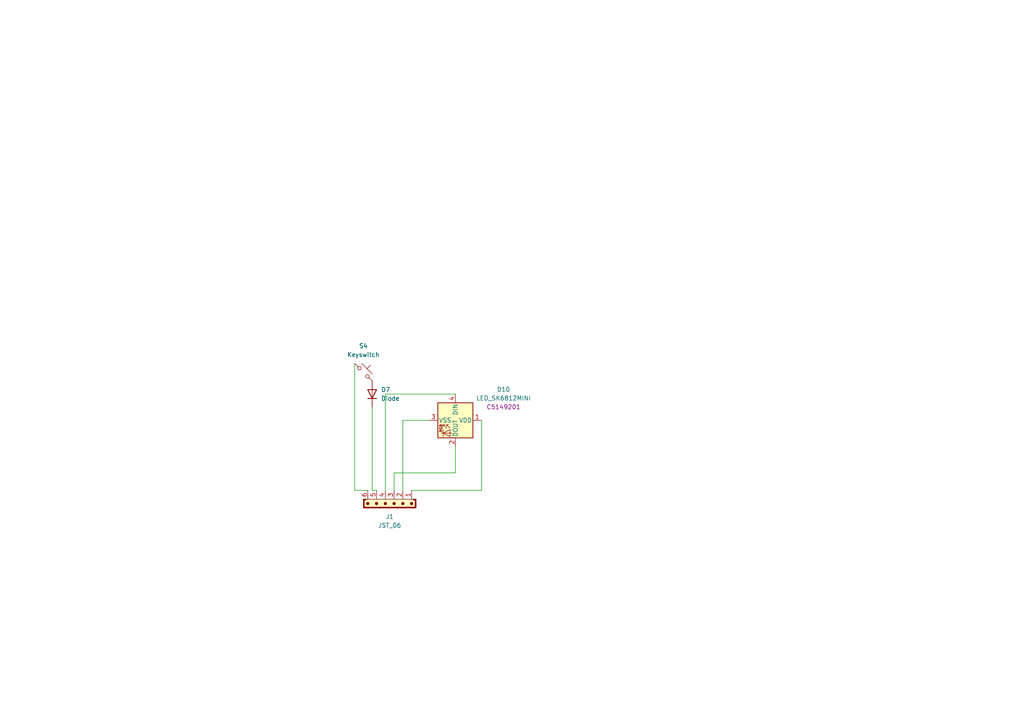
<source format=kicad_sch>
(kicad_sch (version 20250114) (generator "eeschema") (generator_version "9.0")
  (paper "A4")
  (lib_symbols
    (symbol "PCM_SL_Connectors:JST_06"
      (property "Reference" "J" (at 0 12.7 0))
      (property "Value" "JST_06" (at 0 10.16 0))
      (symbol "JST_06_0_1"
        (rectangle (start -1.27 7.62) (end 1.27 -7.62) (fill (type background)))
        (polyline (pts (xy -1.27 -6.858) (xy -1.27 -7.62) (xy 1.27 -7.62) (xy 1.27 -6.858) (xy 1.016 -6.858) (xy 1.016 -7.366) (xy -1.016 -7.366) (xy -1.016 -6.858) (xy -1.27 -6.858)) (fill (type outline)))
        (circle (center 0 6.35) (radius 0.381) (fill (type outline)))
        (circle (center 0 3.81) (radius 0.381) (fill (type outline)))
        (circle (center 0 1.27) (radius 0.381) (fill (type outline)))
        (circle (center 0 -1.27) (radius 0.381) (fill (type outline)))
        (circle (center 0 -3.81) (radius 0.381) (fill (type outline)))
        (circle (center 0 -6.35) (radius 0.381) (fill (type outline)))
        (rectangle (start 1.016 -6.858) (end 1.27 6.858) (fill (type outline)))
        (rectangle (start 1.016 -6.858) (end 1.27 -6.858))
        (polyline (pts (xy 1.27 6.858) (xy 1.27 7.62) (xy -1.27 7.62) (xy -1.27 6.858) (xy -1.016 6.858) (xy -1.016 7.366) (xy 1.016 7.366) (xy 1.016 6.858) (xy 1.27 6.858)) (fill (type outline)))
      )
      (symbol "JST_06_1_1"
        (pin passive line (at -3.81 6.35 0) (length 2.54) (name "") (number "1"))
        (pin passive line (at -3.81 3.81 0) (length 2.54) (name "") (number "2"))
        (pin passive line (at -3.81 1.27 0) (length 2.54) (name "") (number "3"))
        (pin passive line (at -3.81 -1.27 0) (length 2.54) (name "") (number "4"))
        (pin passive line (at -3.81 -3.81 0) (length 2.54) (name "") (number "5"))
        (pin passive line (at -3.81 -6.35 0) (length 2.54) (name "") (number "6"))
      )
    )
    (symbol "ScottoKeebs:LED_SK6812MINI" (pin_names (offset 0.254))
      (property "Reference" "D" (at 2.032 5.588 0))
      (property "Value" "LED_SK6812MINI" (at 1.27 -5.715 0))
      (property "LCSC" "C5149201" (at 0 0 0))
      (symbol "LED_SK6812MINI_0_0"
        (text "RGB" (at 2.286 -4.191 0) (effects (font (size 0.762 0.762))))
      )
      (symbol "LED_SK6812MINI_0_1"
        (rectangle (start -5.08 5.08) (end 5.08 -5.08) (stroke (width 0.254)) (fill (type background)))
        (polyline (pts (xy 1.27 -2.54) (xy 1.778 -2.54)))
        (polyline (pts (xy 1.27 -3.556) (xy 1.778 -3.556)))
        (polyline (pts (xy 2.286 -1.524) (xy 1.27 -2.54) (xy 1.27 -2.032)))
        (polyline (pts (xy 2.286 -2.54) (xy 1.27 -3.556) (xy 1.27 -3.048)))
        (polyline (pts (xy 3.683 -1.016) (xy 3.683 -3.556) (xy 3.683 -4.064)))
        (polyline (pts (xy 4.699 -1.524) (xy 2.667 -1.524) (xy 3.683 -3.556) (xy 4.699 -1.524)))
        (polyline (pts (xy 4.699 -3.556) (xy 2.667 -3.556)))
      )
      (symbol "LED_SK6812MINI_1_1"
        (pin input line (at -7.62 0 0) (length 2.54) (name "DIN") (number "4"))
        (pin power_in line (at 0 7.62 270) (length 2.54) (name "VDD") (number "1"))
        (pin power_in line (at 0 -7.62 90) (length 2.54) (name "VSS") (number "3"))
        (pin output line (at 7.62 0 180) (length 2.54) (name "DOUT") (number "2"))
      )
    )
    (symbol "ScottoKeebs:Placeholder_Diode" (pin_numbers (hide yes)) (pin_names (hide yes))
      (property "Reference" "D" (at 0 2.54 0))
      (property "Value" "Diode" (at 0 -2.54 0))
      (symbol "Placeholder_Diode_0_1"
        (polyline (pts (xy -1.27 1.27) (xy -1.27 -1.27)) (stroke (width 0.254)))
        (polyline (pts (xy 1.27 1.27) (xy 1.27 -1.27) (xy -1.27 0) (xy 1.27 1.27)) (stroke (width 0.254)))
        (polyline (pts (xy 1.27 0) (xy -1.27 0)))
      )
      (symbol "Placeholder_Diode_1_1"
        (pin passive line (at -3.81 0 0) (length 2.54) (name "K") (number "1"))
        (pin passive line (at 3.81 0 180) (length 2.54) (name "A") (number "2"))
      )
    )
    (symbol "ScottoKeebs:Placeholder_Keyswitch" (pin_numbers (hide yes)) (pin_names (offset 1.016) (hide yes))
      (property "Reference" "S" (at 3.048 1.016 0))
      (property "Value" "Keyswitch" (at 0 -3.81 0))
      (symbol "Placeholder_Keyswitch_0_1"
        (polyline (pts (xy -2.54 2.54) (xy -1.524 1.524) (xy -1.524 1.524)))
        (circle (center -1.1684 1.1684) (radius 0.508))
        (polyline (pts (xy -0.508 2.54) (xy 2.54 -0.508)))
        (polyline (pts (xy 1.016 1.016) (xy 2.032 2.032)))
        (circle (center 1.143 -1.1938) (radius 0.508))
        (polyline (pts (xy 1.524 -1.524) (xy 2.54 -2.54) (xy 2.54 -2.54) (xy 2.54 -2.54)))
        (pin passive line (at -2.54 2.54 0) (length 0) (name "1") (number "1"))
        (pin passive line (at 2.54 -2.54 180) (length 0) (name "2") (number "2"))
      )
    )
  )
  (wire (pts (xy 114.3 137.16) (xy 114.3 142.24)))
  (wire (pts (xy 102.87 105.41) (xy 102.87 142.24)))
  (wire (pts (xy 107.95 118.11) (xy 107.95 142.24)))
  (wire (pts (xy 102.87 142.24) (xy 106.68 142.24)))
  (wire (pts (xy 132.08 129.54) (xy 132.08 137.16)))
  (wire (pts (xy 107.95 142.24) (xy 109.22 142.24)))
  (wire (pts (xy 139.7 121.92) (xy 139.7 142.24)))
  (wire (pts (xy 116.84 121.92) (xy 116.84 142.24)))
  (wire (pts (xy 111.76 114.3) (xy 111.76 142.24)))
  (wire (pts (xy 132.08 114.3) (xy 111.76 114.3)))
  (wire (pts (xy 132.08 137.16) (xy 114.3 137.16)))
  (wire (pts (xy 139.7 142.24) (xy 119.38 142.24)))
  (wire (pts (xy 124.46 121.92) (xy 116.84 121.92)))
  (symbol (lib_id "ScottoKeebs:Placeholder_Diode") (at 107.95 114.3 90) (unit 1)
    (property "Reference" "D7" (at 110.49 113.0299 90) (effects (justify right)))
    (property "Value" "Diode" (at 110.49 115.5699 90) (effects (justify right)))
    (property "Footprint" "Library:DualDiode" (effects (hide yes)))
    (property "Description" "1N4148 (DO-35) or 1N4148W (SOD-123)" (effects (hide yes)))
    (property "Sim.Device" "D" (effects (hide yes)))
    (property "Sim.Pins" "1=K 2=A" (effects (hide yes)))
  )
  (symbol (lib_id "PCM_SL_Connectors:JST_06") (at 113.03 146.05 270) (unit 1)
    (property "Reference" "J1" (at 113.03 149.86 90))
    (property "Value" "JST_06" (at 113.03 152.4 90))
    (property "Footprint" "Library:JST_EH_B8B-EH-A_1x08_P2.50mm_Vertical_copy" (effects (hide yes)))
    (property "Description" "JST Connector  6 pins" (effects (hide yes)))
  )
  (symbol (lib_id "ScottoKeebs:Placeholder_Keyswitch") (at 105.41 107.95 0) (unit 1)
    (property "Reference" "S4" (at 105.41 100.33 0))
    (property "Value" "Keyswitch" (at 105.41 102.87 0))
    (property "Footprint" "Library:Choc_V1V2_1.00u" (effects (hide yes)))
    (property "Description" "Push button switch, normally open, two pins, 45° tilted" (effects (hide yes)))
  )
  (symbol (lib_id "ScottoKeebs:LED_SK6812MINI") (at 132.08 121.92 270) (unit 1)
    (property "Reference" "D10" (at 146.05 112.9598 90))
    (property "Value" "LED_SK6812MINI" (at 146.05 115.4998 90))
    (property "Footprint" "Library:SK6812Mini-E" (effects (hide yes)))
    (property "Datasheet" "https://cdn-shop.adafruit.com/product-files/2686/SK6812MINI_REV.01-1-2.pdf" (effects (hide yes)))
    (property "Description" "RGB LED with integrated controller" (effects (hide yes)))
    (property "LCSC" "C5149201" (at 146.05 118.0398 90))
  )
)
</source>
